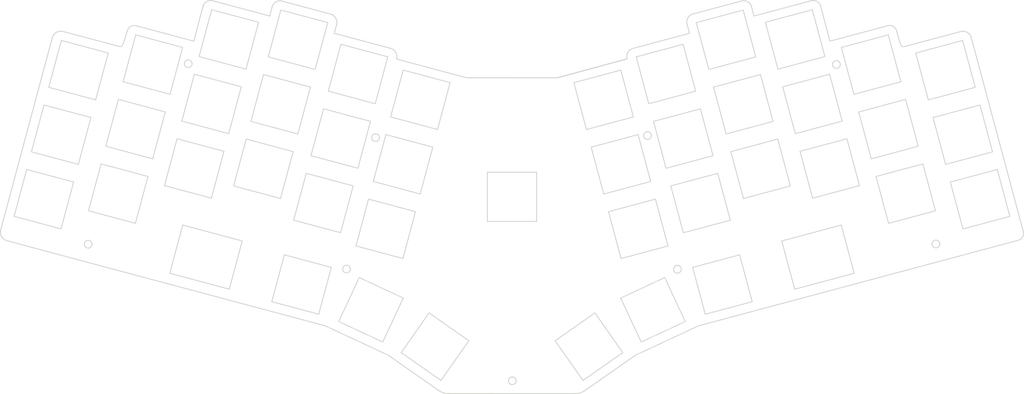
<source format=kicad_pcb>
(kicad_pcb (version 20171130) (host pcbnew "(5.1.10)-1")

  (general
    (thickness 1.6)
    (drawings 296)
    (tracks 0)
    (zones 0)
    (modules 0)
    (nets 1)
  )

  (page A4)
  (layers
    (0 F.Cu signal)
    (31 B.Cu signal)
    (32 B.Adhes user)
    (33 F.Adhes user)
    (34 B.Paste user)
    (35 F.Paste user)
    (36 B.SilkS user)
    (37 F.SilkS user)
    (38 B.Mask user)
    (39 F.Mask user)
    (40 Dwgs.User user)
    (41 Cmts.User user)
    (42 Eco1.User user)
    (43 Eco2.User user)
    (44 Edge.Cuts user)
    (45 Margin user)
    (46 B.CrtYd user)
    (47 F.CrtYd user)
    (48 B.Fab user)
    (49 F.Fab user)
  )

  (setup
    (last_trace_width 0.254)
    (trace_clearance 0.2)
    (zone_clearance 0.508)
    (zone_45_only no)
    (trace_min 0.2)
    (via_size 0.8)
    (via_drill 0.4)
    (via_min_size 0.4)
    (via_min_drill 0.3)
    (uvia_size 0.3)
    (uvia_drill 0.1)
    (uvias_allowed no)
    (uvia_min_size 0.2)
    (uvia_min_drill 0.1)
    (edge_width 0.05)
    (segment_width 0.2)
    (pcb_text_width 0.3)
    (pcb_text_size 1.5 1.5)
    (mod_edge_width 0.12)
    (mod_text_size 1 1)
    (mod_text_width 0.15)
    (pad_size 1.524 1.524)
    (pad_drill 0.762)
    (pad_to_mask_clearance 0)
    (aux_axis_origin 0 0)
    (visible_elements 7FFFFFFF)
    (pcbplotparams
      (layerselection 0x010fc_ffffffff)
      (usegerberextensions false)
      (usegerberattributes true)
      (usegerberadvancedattributes true)
      (creategerberjobfile true)
      (excludeedgelayer true)
      (linewidth 0.100000)
      (plotframeref false)
      (viasonmask false)
      (mode 1)
      (useauxorigin false)
      (hpglpennumber 1)
      (hpglpenspeed 20)
      (hpglpendiameter 15.000000)
      (psnegative false)
      (psa4output false)
      (plotreference true)
      (plotvalue true)
      (plotinvisibletext false)
      (padsonsilk false)
      (subtractmaskfromsilk false)
      (outputformat 1)
      (mirror false)
      (drillshape 0)
      (scaleselection 1)
      (outputdirectory "gerbers/"))
  )

  (net 0 "")

  (net_class Default "This is the default net class."
    (clearance 0.2)
    (trace_width 0.254)
    (via_dia 0.8)
    (via_drill 0.4)
    (uvia_dia 0.3)
    (uvia_drill 0.1)
  )

  (net_class Power ""
    (clearance 0.2)
    (trace_width 0.381)
    (via_dia 0.8)
    (via_drill 0.4)
    (uvia_dia 0.3)
    (uvia_drill 0.1)
  )

  (gr_line (start 57.373517 64.439727) (end 59.985435 54.537334) (layer Edge.Cuts) (width 0.25))
  (gr_line (start 41.054365 60.067681) (end 57.373517 64.439727) (layer Edge.Cuts) (width 0.25))
  (gr_curve (pts (xy 96.186861 56.722294) (xy 96.826676 56.893707) (xy 97.371382 57.313851) (xy 97.699666 57.889156)) (layer Edge.Cuts) (width 0.25))
  (gr_curve (pts (xy 80.690822 53.271299) (xy 81.216886 52.963942) (xy 81.844015 52.879719) (xy 82.432532 53.037387)) (layer Edge.Cuts) (width 0.25))
  (gr_line (start 97.264217 62.189286) (end 113.250134 66.472056) (layer Edge.Cuts) (width 0.25))
  (gr_curve (pts (xy 113.250134 66.472056) (xy 113.886482 66.642539) (xy 114.427443 67.06195) (xy 114.751091 67.635759)) (layer Edge.Cuts) (width 0.25))
  (gr_line (start 97.934627 59.785188) (end 97.264217 62.189286) (layer Edge.Cuts) (width 0.25))
  (gr_line (start 62.741881 52.938706) (end 78.960977 57.284546) (layer Edge.Cuts) (width 0.25))
  (gr_curve (pts (xy 114.751091 67.635759) (xy 115.074738 68.209567) (xy 115.153836 68.889485) (xy 114.970557 69.522266)) (layer Edge.Cuts) (width 0.25))
  (gr_curve (pts (xy 97.699666 57.889156) (xy 98.02795 58.464461) (xy 98.112551 59.147152) (xy 97.934627 59.785188)) (layer Edge.Cuts) (width 0.25))
  (gr_line (start 82.432532 53.037387) (end 96.186861 56.722294) (layer Edge.Cuts) (width 0.25))
  (gr_curve (pts (xy 79.631824 54.673722) (xy 79.78345 54.08362) (xy 80.164758 53.578656) (xy 80.690822 53.271299)) (layer Edge.Cuts) (width 0.25))
  (gr_curve (pts (xy 61.031657 53.165565) (xy 61.5489 52.865584) (xy 62.164317 52.78395) (xy 62.741881 52.938706)) (layer Edge.Cuts) (width 0.25))
  (gr_curve (pts (xy 59.985435 54.537334) (xy 60.137935 53.95917) (xy 60.514413 53.465545) (xy 61.031657 53.165565)) (layer Edge.Cuts) (width 0.25))
  (gr_line (start 78.960977 57.284546) (end 79.631824 54.673722) (layer Edge.Cuts) (width 0.25))
  (gr_line (start 114.970557 69.522266) (end 134.83844 74.843567) (layer Edge.Cuts) (width 0.25))
  (gr_curve (pts (xy 293.064613 118.623369) (xy 293.349702 119.686495) (xy 292.718944 120.779306) (xy 291.655776 121.064225)) (layer Edge.Cuts) (width 0.25))
  (gr_curve (pts (xy 267.196845 121.718137) (xy 267.0267 122.128907) (xy 267.120749 122.601723) (xy 267.435137 122.916112)) (layer Edge.Cuts) (width 0.25))
  (gr_line (start 259.217157 65.978967) (end 275.292131 61.69748) (layer Edge.Cuts) (width 0.25))
  (gr_line (start 134.83844 74.843567) (end 160.63722 74.848647) (layer Edge.Cuts) (width 0.25))
  (gr_curve (pts (xy 268.989742 121.361508) (xy 268.783589 121.155355) (xy 268.503984 121.039539) (xy 268.21244 121.039539)) (layer Edge.Cuts) (width 0.25))
  (gr_line (start 239.942499 69.969563) (end 239.942499 69.969563) (layer Edge.Cuts) (width 0.25))
  (gr_curve (pts (xy 148.961936 161.03891) (xy 148.961936 160.747365) (xy 148.846121 160.467762) (xy 148.639967 160.261608)) (layer Edge.Cuts) (width 0.25))
  (gr_line (start 186.272556 90.169649) (end 186.272556 90.169649) (layer Edge.Cuts) (width 0.25))
  (gr_line (start 20.235234 61.694684) (end 36.222934 65.940867) (layer Edge.Cuts) (width 0.25))
  (gr_curve (pts (xy 38.411122 61.592199) (xy 38.722973 60.442685) (xy 39.903872 59.759454) (xy 41.054365 60.067681)) (layer Edge.Cuts) (width 0.25))
  (gr_curve (pts (xy 275.292131 61.69748) (xy 276.585136 61.353094) (xy 277.912808 62.120777) (xy 278.259385 63.413196)) (layer Edge.Cuts) (width 0.25))
  (gr_curve (pts (xy 197.521614 59.7242) (xy 197.343608 59.0921) (xy 197.426192 58.415038) (xy 197.750918 57.844258)) (layer Edge.Cuts) (width 0.25))
  (gr_curve (pts (xy 36.222934 65.940867) (xy 37.061752 66.165627) (xy 37.288188 65.731445) (xy 38.411122 61.592199)) (layer Edge.Cuts) (width 0.25))
  (gr_line (start 2.526735 118.084611) (end 17.164198 63.472116) (layer Edge.Cuts) (width 0.25))
  (gr_curve (pts (xy 257.038751 61.466269) (xy 258.317386 66.160071) (xy 258.405678 66.134799) (xy 259.217157 65.978967)) (layer Edge.Cuts) (width 0.25))
  (gr_curve (pts (xy 212.964948 53.011652) (xy 213.568862 52.849836) (xy 214.212378 52.935635) (xy 214.7528 53.250023)) (layer Edge.Cuts) (width 0.25))
  (gr_line (start 112.608357 153.763807) (end 94.688657 145.407207) (layer Edge.Cuts) (width 0.25))
  (gr_curve (pts (xy 240.719801 70.291532) (xy 240.513648 70.085378) (xy 240.234044 69.969563) (xy 239.942499 69.969563)) (layer Edge.Cuts) (width 0.25))
  (gr_curve (pts (xy 94.688657 145.407207) (xy 28.228351 127.633798) (xy 25.857612 127.00037) (xy 4.33534 121.219648)) (layer Edge.Cuts) (width 0.25))
  (gr_curve (pts (xy 267.435137 122.916112) (xy 267.749526 123.230501) (xy 268.222343 123.32455) (xy 268.633113 123.154404)) (layer Edge.Cuts) (width 0.25))
  (gr_line (start 235.482411 54.48136) (end 238.109762 64.442267) (layer Edge.Cuts) (width 0.25))
  (gr_curve (pts (xy 238.926905 70.648161) (xy 238.756759 71.05893) (xy 238.850808 71.531746) (xy 239.165197 71.846135)) (layer Edge.Cuts) (width 0.25))
  (gr_curve (pts (xy 240.363172 72.084427) (xy 240.773941 71.914281) (xy 241.04177 71.513447) (xy 241.04177 71.068834)) (layer Edge.Cuts) (width 0.25))
  (gr_line (start 180.48224 69.479087) (end 180.48224 69.479085) (layer Edge.Cuts) (width 0.25))
  (gr_curve (pts (xy 168.489995 163.838706) (xy 167.695389 164.395086) (xy 166.748831 164.693495) (xy 165.778802 164.693429)) (layer Edge.Cuts) (width 0.25))
  (gr_curve (pts (xy 147.085364 161.816212) (xy 147.399753 162.130601) (xy 147.872569 162.22465) (xy 148.283338 162.054504)) (layer Edge.Cuts) (width 0.25))
  (gr_curve (pts (xy 195.213402 130.344379) (xy 195.624171 130.174233) (xy 195.892 129.773399) (xy 195.892 129.328786)) (layer Edge.Cuts) (width 0.25))
  (gr_line (start 147.862665 159.939639) (end 147.862665 159.939639) (layer Edge.Cuts) (width 0.25))
  (gr_curve (pts (xy 17.164198 63.472116) (xy 17.522769 62.134284) (xy 18.896592 61.339153) (xy 20.235234 61.694684)) (layer Edge.Cuts) (width 0.25))
  (gr_line (start 126.99081 163.835971) (end 112.608357 153.763807) (layer Edge.Cuts) (width 0.25))
  (gr_curve (pts (xy 4.33534 121.219648) (xy 2.970652 120.853103) (xy 2.160913 119.449496) (xy 2.526735 118.084611)) (layer Edge.Cuts) (width 0.25))
  (gr_line (start 216.522302 57.287086) (end 232.799851 52.925584) (layer Edge.Cuts) (width 0.25))
  (gr_line (start 215.843736 54.68637) (end 216.522302 57.287086) (layer Edge.Cuts) (width 0.25))
  (gr_line (start 165.778802 164.693429) (end 129.701937 164.690988) (layer Edge.Cuts) (width 0.25))
  (gr_curve (pts (xy 129.701937 164.690988) (xy 128.731904 164.690923) (xy 127.785377 164.392413) (xy 126.99081 163.835971)) (layer Edge.Cuts) (width 0.25))
  (gr_curve (pts (xy 239.165197 71.846135) (xy 239.479586 72.160525) (xy 239.952402 72.254574) (xy 240.363172 72.084427)) (layer Edge.Cuts) (width 0.25))
  (gr_curve (pts (xy 232.799851 52.925584) (xy 233.361934 52.774976) (xy 233.960854 52.854422) (xy 234.464233 53.146361)) (layer Edge.Cuts) (width 0.25))
  (gr_curve (pts (xy 269.31171 122.13881) (xy 269.31171 121.847265) (xy 269.195895 121.567662) (xy 268.989742 121.361508)) (layer Edge.Cuts) (width 0.25))
  (gr_curve (pts (xy 234.464233 53.146361) (xy 234.967612 53.438301) (xy 235.333999 53.918694) (xy 235.482411 54.48136)) (layer Edge.Cuts) (width 0.25))
  (gr_line (start 160.63722 74.848647) (end 180.48224 69.479087) (layer Edge.Cuts) (width 0.25))
  (gr_line (start 200.792082 145.409851) (end 182.87492 153.766451) (layer Edge.Cuts) (width 0.25))
  (gr_curve (pts (xy 268.633113 123.154404) (xy 269.043881 122.984258) (xy 269.31171 122.583424) (xy 269.31171 122.13881)) (layer Edge.Cuts) (width 0.25))
  (gr_line (start 238.109762 64.442267) (end 254.553956 60.036111) (layer Edge.Cuts) (width 0.25))
  (gr_line (start 199.249764 56.686578) (end 212.964948 53.011652) (layer Edge.Cuts) (width 0.25))
  (gr_curve (pts (xy 214.7528 53.250023) (xy 215.293223 53.56441) (xy 215.685892 54.081406) (xy 215.843736 54.68637)) (layer Edge.Cuts) (width 0.25))
  (gr_line (start 268.21244 121.039539) (end 268.21244 121.039539) (layer Edge.Cuts) (width 0.25))
  (gr_curve (pts (xy 241.04177 71.068834) (xy 241.04177 70.777289) (xy 240.925954 70.497685) (xy 240.719801 70.291532)) (layer Edge.Cuts) (width 0.25))
  (gr_line (start 182.182564 66.488059) (end 198.21652 62.191826) (layer Edge.Cuts) (width 0.25))
  (gr_curve (pts (xy 197.750918 57.844258) (xy 198.075643 57.273479) (xy 198.615453 56.856539) (xy 199.249764 56.686578)) (layer Edge.Cuts) (width 0.25))
  (gr_curve (pts (xy 268.21244 121.039539) (xy 267.767826 121.039539) (xy 267.366992 121.307368) (xy 267.196845 121.718137)) (layer Edge.Cuts) (width 0.25))
  (gr_curve (pts (xy 148.639967 160.261608) (xy 148.433814 160.055455) (xy 148.15421 159.939639) (xy 147.862665 159.939639)) (layer Edge.Cuts) (width 0.25))
  (gr_line (start 198.21652 62.191826) (end 197.521614 59.7242) (layer Edge.Cuts) (width 0.25))
  (gr_line (start 278.259385 63.413196) (end 293.064613 118.623369) (layer Edge.Cuts) (width 0.25))
  (gr_curve (pts (xy 254.553956 60.036111) (xy 255.633984 59.746722) (xy 256.744873 60.387456) (xy 257.038751 61.466269)) (layer Edge.Cuts) (width 0.25))
  (gr_curve (pts (xy 180.707076 67.62809) (xy 181.026606 67.066008) (xy 181.558037 66.655399) (xy 182.182564 66.488059)) (layer Edge.Cuts) (width 0.25))
  (gr_curve (pts (xy 180.48224 69.479085) (xy 180.306566 68.856851) (xy 180.387546 68.190172) (xy 180.707076 67.62809)) (layer Edge.Cuts) (width 0.25))
  (gr_line (start 194.792729 128.229515) (end 194.792729 128.229515) (layer Edge.Cuts) (width 0.25))
  (gr_curve (pts (xy 148.283338 162.054504) (xy 148.694108 161.884358) (xy 148.961936 161.483524) (xy 148.961936 161.03891)) (layer Edge.Cuts) (width 0.25))
  (gr_curve (pts (xy 146.847072 160.618237) (xy 146.676925 161.029007) (xy 146.770974 161.501823) (xy 147.085364 161.816212)) (layer Edge.Cuts) (width 0.25))
  (gr_curve (pts (xy 147.862665 159.939639) (xy 147.418052 159.939639) (xy 147.017218 160.207468) (xy 146.847072 160.618237)) (layer Edge.Cuts) (width 0.25))
  (gr_curve (pts (xy 195.892 129.328786) (xy 195.892 128.721675) (xy 195.39984 128.229515) (xy 194.792729 128.229515)) (layer Edge.Cuts) (width 0.25))
  (gr_curve (pts (xy 239.942499 69.969563) (xy 239.497886 69.969563) (xy 239.097051 70.237391) (xy 238.926905 70.648161)) (layer Edge.Cuts) (width 0.25))
  (gr_line (start 182.87492 153.766451) (end 168.489995 163.838706) (layer Edge.Cuts) (width 0.25))
  (gr_curve (pts (xy 291.655776 121.064225) (xy 251.689941 131.774684) (xy 250.910585 131.982834) (xy 200.792082 145.409851)) (layer Edge.Cuts) (width 0.25))
  (gr_line (start 54.19458 66.22198) (end 50.6208 79.5519) (layer Edge.Cuts) (width 0.25))
  (gr_line (start 113.29022 85.9908) (end 126.62014 89.56204) (layer Edge.Cuts) (width 0.25))
  (gr_line (start 203.69644 72.48562) (end 200.1252 59.1557) (layer Edge.Cuts) (width 0.25))
  (gr_line (start 178.69014 72.66342) (end 165.36022 76.23466) (layer Edge.Cuts) (width 0.25))
  (gr_line (start 213.45512 55.58446) (end 217.02636 68.91438) (layer Edge.Cuts) (width 0.25))
  (gr_line (start 113.29022 85.9908) (end 116.86146 72.66088) (layer Edge.Cuts) (width 0.25))
  (gr_line (start 233.10202 55.49556) (end 219.7721 59.0668) (layer Edge.Cuts) (width 0.25))
  (gr_line (start 233.10202 55.49556) (end 236.67326 68.82548) (layer Edge.Cuts) (width 0.25))
  (gr_line (start 58.88088 68.82294) (end 62.45212 55.49302) (layer Edge.Cuts) (width 0.25))
  (gr_line (start 95.42894 59.15316) (end 91.85516 72.48308) (layer Edge.Cuts) (width 0.25))
  (gr_curve (pts (xy 101.173194 130.294344) (xy 101.583963 130.124198) (xy 101.851792 129.723364) (xy 101.851792 129.27875)) (layer Edge.Cuts) (width 0.25))
  (gr_line (start 54.19458 66.22198) (end 40.86466 62.65074) (layer Edge.Cuts) (width 0.25))
  (gr_line (start 58.88088 68.82294) (end 72.2108 72.39672) (layer Edge.Cuts) (width 0.25))
  (gr_curve (pts (xy 55.792494 69.749547) (xy 55.34788 69.749547) (xy 54.947046 70.017375) (xy 54.7769 70.428145)) (layer Edge.Cuts) (width 0.25))
  (gr_line (start 78.52778 68.91184) (end 91.85516 72.48308) (layer Edge.Cuts) (width 0.25))
  (gr_curve (pts (xy 194.015427 130.106087) (xy 194.329816 130.420477) (xy 194.802632 130.514526) (xy 195.213402 130.344379)) (layer Edge.Cuts) (width 0.25))
  (gr_curve (pts (xy 185.495254 92.046222) (xy 185.809643 92.360611) (xy 186.282459 92.45466) (xy 186.693228 92.284514)) (layer Edge.Cuts) (width 0.25))
  (gr_curve (pts (xy 109.789903 91.101472) (xy 109.58375 90.895319) (xy 109.304146 90.779503) (xy 109.012601 90.779503)) (layer Edge.Cuts) (width 0.25))
  (gr_line (start 27.372688 121.099483) (end 27.372688 121.099483) (layer Edge.Cuts) (width 0.25))
  (gr_curve (pts (xy 28.14999 121.421452) (xy 27.943837 121.215299) (xy 27.664233 121.099483) (xy 27.372688 121.099483)) (layer Edge.Cuts) (width 0.25))
  (gr_curve (pts (xy 101.529823 128.501448) (xy 101.32367 128.295295) (xy 101.044066 128.179479) (xy 100.752521 128.179479)) (layer Edge.Cuts) (width 0.25))
  (gr_curve (pts (xy 27.372688 123.298025) (xy 27.979799 123.298025) (xy 28.471959 122.805865) (xy 28.471959 122.198754)) (layer Edge.Cuts) (width 0.25))
  (gr_curve (pts (xy 109.012601 90.779503) (xy 108.567987 90.779503) (xy 108.167153 91.047332) (xy 107.997007 91.458101)) (layer Edge.Cuts) (width 0.25))
  (gr_line (start 37.29088 75.98066) (end 50.6208 79.5519) (layer Edge.Cuts) (width 0.25))
  (gr_curve (pts (xy 101.851792 129.27875) (xy 101.851792 128.987205) (xy 101.735976 128.707602) (xy 101.529823 128.501448)) (layer Edge.Cuts) (width 0.25))
  (gr_curve (pts (xy 55.015192 71.62612) (xy 55.329581 71.940509) (xy 55.802397 72.034558) (xy 56.213167 71.864412)) (layer Edge.Cuts) (width 0.25))
  (gr_curve (pts (xy 26.273417 122.198754) (xy 26.273417 122.805865) (xy 26.765577 123.298025) (xy 27.372688 123.298025)) (layer Edge.Cuts) (width 0.25))
  (gr_line (start 223.34334 72.39672) (end 219.7721 59.0668) (layer Edge.Cuts) (width 0.25))
  (gr_line (start 178.69014 72.66342) (end 182.26138 85.99334) (layer Edge.Cuts) (width 0.25))
  (gr_curve (pts (xy 109.433274 92.894368) (xy 109.844043 92.724222) (xy 110.111872 92.323388) (xy 110.111872 91.878774)) (layer Edge.Cuts) (width 0.25))
  (gr_curve (pts (xy 187.371826 91.26892) (xy 187.371826 90.66181) (xy 186.879666 90.169649) (xy 186.272556 90.169649)) (layer Edge.Cuts) (width 0.25))
  (gr_curve (pts (xy 99.736927 128.858077) (xy 99.566781 129.268847) (xy 99.66083 129.741663) (xy 99.975219 130.056052)) (layer Edge.Cuts) (width 0.25))
  (gr_line (start 223.34334 72.39672) (end 236.67326 68.82548) (layer Edge.Cuts) (width 0.25))
  (gr_line (start 203.69644 72.48562) (end 217.02636 68.91438) (layer Edge.Cuts) (width 0.25))
  (gr_curve (pts (xy 54.7769 70.428145) (xy 54.606754 70.838915) (xy 54.700803 71.311731) (xy 55.015192 71.62612)) (layer Edge.Cuts) (width 0.25))
  (gr_line (start 168.93146 89.56458) (end 165.36022 76.23466) (layer Edge.Cuts) (width 0.25))
  (gr_line (start 160.64344 74.8529) (end 180.48846 69.48334) (layer Edge.Cuts) (width 0.25))
  (gr_line (start 213.45512 55.58446) (end 200.1252 59.1557) (layer Edge.Cuts) (width 0.25))
  (gr_curve (pts (xy 56.891765 70.848818) (xy 56.891765 70.557273) (xy 56.775949 70.27767) (xy 56.569796 70.071515)) (layer Edge.Cuts) (width 0.25))
  (gr_curve (pts (xy 193.777135 128.908113) (xy 193.606989 129.318882) (xy 193.701038 129.791698) (xy 194.015427 130.106087)) (layer Edge.Cuts) (width 0.25))
  (gr_curve (pts (xy 186.693228 92.284514) (xy 187.103998 92.114368) (xy 187.371826 91.713534) (xy 187.371826 91.26892)) (layer Edge.Cuts) (width 0.25))
  (gr_line (start 95.42894 59.15316) (end 82.09902 55.58192) (layer Edge.Cuts) (width 0.25))
  (gr_curve (pts (xy 194.792729 128.229515) (xy 194.348116 128.229515) (xy 193.947281 128.497343) (xy 193.777135 128.908113)) (layer Edge.Cuts) (width 0.25))
  (gr_line (start 100.752521 128.179479) (end 100.752521 128.179479) (layer Edge.Cuts) (width 0.25))
  (gr_curve (pts (xy 185.256962 90.848247) (xy 185.086816 91.259017) (xy 185.180864 91.731833) (xy 185.495254 92.046222)) (layer Edge.Cuts) (width 0.25))
  (gr_curve (pts (xy 99.975219 130.056052) (xy 100.289608 130.370441) (xy 100.762424 130.46449) (xy 101.173194 130.294344)) (layer Edge.Cuts) (width 0.25))
  (gr_curve (pts (xy 100.752521 128.179479) (xy 100.307907 128.179479) (xy 99.907073 128.447308) (xy 99.736927 128.858077)) (layer Edge.Cuts) (width 0.25))
  (gr_line (start 75.78204 59.0668) (end 62.45212 55.49302) (layer Edge.Cuts) (width 0.25))
  (gr_curve (pts (xy 56.569796 70.071515) (xy 56.363643 69.865363) (xy 56.084039 69.749547) (xy 55.792494 69.749547)) (layer Edge.Cuts) (width 0.25))
  (gr_line (start 168.93146 89.56458) (end 182.26138 85.99334) (layer Edge.Cuts) (width 0.25))
  (gr_curve (pts (xy 108.235299 92.656076) (xy 108.549688 92.970465) (xy 109.022504 93.064514) (xy 109.433274 92.894368)) (layer Edge.Cuts) (width 0.25))
  (gr_line (start 75.78204 59.0668) (end 72.2108 72.39672) (layer Edge.Cuts) (width 0.25))
  (gr_line (start 78.52778 68.91184) (end 82.09902 55.58192) (layer Edge.Cuts) (width 0.25))
  (gr_curve (pts (xy 28.471959 122.198754) (xy 28.471959 121.907209) (xy 28.356143 121.627606) (xy 28.14999 121.421452)) (layer Edge.Cuts) (width 0.25))
  (gr_line (start 130.191379 76.23212) (end 126.62014 89.56204) (layer Edge.Cuts) (width 0.25))
  (gr_curve (pts (xy 107.997007 91.458101) (xy 107.826861 91.868871) (xy 107.92091 92.341687) (xy 108.235299 92.656076)) (layer Edge.Cuts) (width 0.25))
  (gr_curve (pts (xy 110.111872 91.878774) (xy 110.111872 91.587229) (xy 109.996056 91.307626) (xy 109.789903 91.101472)) (layer Edge.Cuts) (width 0.25))
  (gr_line (start 109.012601 90.779503) (end 109.012601 90.779503) (layer Edge.Cuts) (width 0.25))
  (gr_line (start 37.29088 75.98066) (end 40.86466 62.65074) (layer Edge.Cuts) (width 0.25))
  (gr_line (start 130.191379 76.23212) (end 116.86146 72.66088) (layer Edge.Cuts) (width 0.25))
  (gr_curve (pts (xy 186.272556 90.169649) (xy 185.827942 90.169649) (xy 185.427108 90.437478) (xy 185.256962 90.848247)) (layer Edge.Cuts) (width 0.25))
  (gr_curve (pts (xy 56.213167 71.864412) (xy 56.623936 71.694266) (xy 56.891765 71.293432) (xy 56.891765 70.848818)) (layer Edge.Cuts) (width 0.25))
  (gr_line (start 55.792494 69.749547) (end 55.792494 69.749547) (layer Edge.Cuts) (width 0.25))
  (gr_curve (pts (xy 27.372688 121.099483) (xy 26.765577 121.099483) (xy 26.273417 121.591644) (xy 26.273417 122.198754)) (layer Edge.Cuts) (width 0.25))
  (gr_line (start 249.84824 97.90594) (end 263.178159 94.3347) (layer Edge.Cuts) (width 0.25))
  (gr_line (start 238.01946 73.8496) (end 241.5907 87.17952) (layer Edge.Cuts) (width 0.25))
  (gr_line (start 65.94716 95.7698) (end 62.37338 109.09972) (layer Edge.Cuts) (width 0.25))
  (gr_line (start 173.8489 107.91862) (end 187.17882 104.34738) (layer Edge.Cuts) (width 0.25))
  (gr_line (start 201.31392 83.68448) (end 204.88516 97.0144) (layer Edge.Cuts) (width 0.25))
  (gr_line (start 188.52502 109.36896) (end 192.09626 122.69888) (layer Edge.Cuts) (width 0.25))
  (gr_line (start 244.9308 79.55444) (end 258.260719 75.9832) (layer Edge.Cuts) (width 0.25))
  (gr_line (start 32.37344 94.33216) (end 35.94722 81.00224) (layer Edge.Cuts) (width 0.25))
  (gr_line (start 44.3597 102.92752) (end 40.78592 116.25744) (layer Edge.Cuts) (width 0.25))
  (gr_line (start 49.27714 84.57602) (end 45.70336 97.9034) (layer Edge.Cuts) (width 0.25))
  (gr_line (start 108.37278 104.34484) (end 111.94402 91.01492) (layer Edge.Cuts) (width 0.25))
  (gr_line (start 125.27394 94.58616) (end 121.7027 107.91608) (layer Edge.Cuts) (width 0.25))
  (gr_line (start 73.6078 87.26334) (end 77.18158 73.93342) (layer Edge.Cuts) (width 0.25))
  (gr_line (start 191.55524 100.58564) (end 204.88516 97.0144) (layer Edge.Cuts) (width 0.25))
  (gr_line (start 191.55524 100.58564) (end 187.984 87.25572) (layer Edge.Cuts) (width 0.25))
  (gr_line (start 259.606919 81.00478) (end 246.277 84.57602) (layer Edge.Cuts) (width 0.25))
  (gr_line (start 178.76888 126.27012) (end 175.1951 112.9402) (layer Edge.Cuts) (width 0.25))
  (gr_line (start 188.52502 109.36896) (end 175.1951 112.9402) (layer Edge.Cuts) (width 0.25))
  (gr_line (start 228.26078 90.75076) (end 241.5907 87.17952) (layer Edge.Cuts) (width 0.25))
  (gr_line (start 249.84824 97.90594) (end 246.277 84.57602) (layer Edge.Cuts) (width 0.25))
  (gr_line (start 27.456 112.6862) (end 40.78592 116.25744) (layer Edge.Cuts) (width 0.25))
  (gr_line (start 196.47268 118.93714) (end 209.8026 115.3659) (layer Edge.Cuts) (width 0.25))
  (gr_line (start 85.59406 95.8587) (end 72.26414 92.28746) (layer Edge.Cuts) (width 0.25))
  (gr_line (start 244.9308 79.55444) (end 241.35956 66.22452) (layer Edge.Cuts) (width 0.25))
  (gr_line (start 254.68948 62.65328) (end 258.260719 75.9832) (layer Edge.Cuts) (width 0.25))
  (gr_line (start 32.37344 94.33216) (end 45.70336 97.9034) (layer Edge.Cuts) (width 0.25))
  (gr_line (start 70.8646 77.4183) (end 57.53468 73.84706) (layer Edge.Cuts) (width 0.25))
  (gr_line (start 73.6078 87.26334) (end 86.93772 90.83712) (layer Edge.Cuts) (width 0.25))
  (gr_line (start 108.37278 104.34484) (end 121.7027 107.91608) (layer Edge.Cuts) (width 0.25))
  (gr_line (start 218.37256 73.93596) (end 205.04264 77.50974) (layer Edge.Cuts) (width 0.25))
  (gr_line (start 259.606919 81.00478) (end 263.178159 94.3347) (layer Edge.Cuts) (width 0.25))
  (gr_line (start 120.3565 112.93766) (end 107.02658 109.36642) (layer Edge.Cuts) (width 0.25))
  (gr_line (start 206.23136 102.03598) (end 209.8026 115.3659) (layer Edge.Cuts) (width 0.25))
  (gr_line (start 68.690359 105.61738) (end 82.02028 109.18862) (layer Edge.Cuts) (width 0.25))
  (gr_line (start 206.23136 102.03598) (end 192.90144 105.60722) (layer Edge.Cuts) (width 0.25))
  (gr_line (start 85.59406 95.8587) (end 82.02028 109.18862) (layer Edge.Cuts) (width 0.25))
  (gr_line (start 68.690359 105.61738) (end 72.26414 92.28746) (layer Edge.Cuts) (width 0.25))
  (gr_line (start 90.5115 77.5072) (end 86.93772 90.83712) (layer Edge.Cuts) (width 0.25))
  (gr_line (start 183.60758 91.01746) (end 187.17882 104.34738) (layer Edge.Cuts) (width 0.25))
  (gr_line (start 103.45534 122.69634) (end 107.02658 109.36642) (layer Edge.Cuts) (width 0.25))
  (gr_line (start 173.8489 107.91862) (end 170.27766 94.5887) (layer Edge.Cuts) (width 0.25))
  (gr_line (start 228.26078 90.75076) (end 224.68954 77.42084) (layer Edge.Cuts) (width 0.25))
  (gr_line (start 254.68948 62.65328) (end 241.35956 66.22452) (layer Edge.Cuts) (width 0.25))
  (gr_line (start 53.96344 87.17698) (end 67.29336 90.74822) (layer Edge.Cuts) (width 0.25))
  (gr_line (start 90.5115 77.5072) (end 77.18158 73.93342) (layer Edge.Cuts) (width 0.25))
  (gr_line (start 120.3565 112.93766) (end 116.78526 126.26758) (layer Edge.Cuts) (width 0.25))
  (gr_line (start 218.37256 73.93596) (end 221.9438 87.26588) (layer Edge.Cuts) (width 0.25))
  (gr_line (start 70.8646 77.4183) (end 67.29336 90.74822) (layer Edge.Cuts) (width 0.25))
  (gr_line (start 49.046 105.52848) (end 62.37338 109.09972) (layer Edge.Cuts) (width 0.25))
  (gr_line (start 103.45534 122.69634) (end 116.78526 126.26758) (layer Edge.Cuts) (width 0.25))
  (gr_line (start 196.47268 118.93714) (end 192.90144 105.60722) (layer Edge.Cuts) (width 0.25))
  (gr_line (start 44.3597 102.92752) (end 31.02978 99.35628) (layer Edge.Cuts) (width 0.25))
  (gr_line (start 201.31392 83.68448) (end 187.984 87.25572) (layer Edge.Cuts) (width 0.25))
  (gr_line (start 49.27714 84.57602) (end 35.94722 81.00224) (layer Edge.Cuts) (width 0.25))
  (gr_line (start 53.96344 87.17698) (end 57.53468 73.84706) (layer Edge.Cuts) (width 0.25))
  (gr_line (start 65.94716 95.7698) (end 52.61724 92.19856) (layer Edge.Cuts) (width 0.25))
  (gr_line (start 49.046 105.52848) (end 52.61724 92.19856) (layer Edge.Cuts) (width 0.25))
  (gr_line (start 183.60758 91.01746) (end 170.27766 94.5887) (layer Edge.Cuts) (width 0.25))
  (gr_line (start 208.61388 90.83712) (end 221.9438 87.26588) (layer Edge.Cuts) (width 0.25))
  (gr_line (start 125.27394 94.58616) (end 111.94402 91.01492) (layer Edge.Cuts) (width 0.25))
  (gr_line (start 178.76888 126.27012) (end 192.09626 122.69888) (layer Edge.Cuts) (width 0.25))
  (gr_line (start 208.61388 90.83712) (end 205.04264 77.50974) (layer Edge.Cuts) (width 0.25))
  (gr_line (start 27.456 112.6862) (end 31.02978 99.35628) (layer Edge.Cuts) (width 0.25))
  (gr_line (start 238.01946 73.8496) (end 224.68954 77.42084) (layer Edge.Cuts) (width 0.25))
  (gr_line (start 140.77302 115.70626) (end 140.77302 101.70578) (layer Edge.Cuts) (width 0.25))
  (gr_line (start 154.7735 115.70626) (end 154.7735 101.70578) (layer Edge.Cuts) (width 0.25))
  (gr_line (start 140.77302 101.70578) (end 154.7735 101.70578) (layer Edge.Cuts) (width 0.25))
  (gr_line (start 154.7735 115.70626) (end 140.77302 115.70626) (layer Edge.Cuts) (width 0.25))
  (gr_line (start 280.73718 82.58974) (end 284.30842 95.91966) (layer Edge.Cuts) (width 0.25))
  (gr_line (start 270.9785 99.4909) (end 267.40726 86.160979) (layer Edge.Cuts) (width 0.25))
  (gr_line (start 275.89594 117.84494) (end 272.3247 104.51502) (layer Edge.Cuts) (width 0.25))
  (gr_line (start 244.99684 130.46366) (end 241.32146 116.74766) (layer Edge.Cuts) (width 0.25))
  (gr_line (start 6.32574 114.27116) (end 9.89952 100.94124) (layer Edge.Cuts) (width 0.25))
  (gr_line (start 244.99684 130.46366) (end 228.09314 134.99502) (layer Edge.Cuts) (width 0.25))
  (gr_line (start 280.73718 82.58974) (end 267.40726 86.160979) (layer Edge.Cuts) (width 0.25))
  (gr_line (start 285.65462 100.94378) (end 289.22586 114.2737) (layer Edge.Cuts) (width 0.25))
  (gr_line (start 285.65462 100.94378) (end 272.3247 104.51502) (layer Edge.Cuts) (width 0.25))
  (gr_line (start 67.45592 134.99502) (end 50.55222 130.4662) (layer Edge.Cuts) (width 0.25))
  (gr_line (start 270.9785 99.4909) (end 284.30842 95.91966) (layer Edge.Cuts) (width 0.25))
  (gr_line (start 224.41776 121.27902) (end 241.32146 116.74766) (layer Edge.Cuts) (width 0.25))
  (gr_line (start 23.22944 104.51248) (end 9.89952 100.94124) (layer Edge.Cuts) (width 0.25))
  (gr_line (start 224.41776 121.27902) (end 228.09314 134.99502) (layer Edge.Cuts) (width 0.25))
  (gr_line (start 23.22944 104.51248) (end 19.65566 117.8424) (layer Edge.Cuts) (width 0.25))
  (gr_line (start 6.32574 114.27116) (end 19.65566 117.8424) (layer Edge.Cuts) (width 0.25))
  (gr_line (start 54.2276 116.74766) (end 50.55222 130.4662) (layer Edge.Cuts) (width 0.25))
  (gr_line (start 275.89594 117.84494) (end 289.22586 114.2737) (layer Edge.Cuts) (width 0.25))
  (gr_line (start 67.45592 134.99502) (end 71.1313 121.27902) (layer Edge.Cuts) (width 0.25))
  (gr_line (start 54.2276 116.74766) (end 71.1313 121.27902) (layer Edge.Cuts) (width 0.25))
  (gr_line (start 213.53132 109.19116) (end 226.86124 105.61992) (layer Edge.Cuts) (width 0.25))
  (gr_line (start 213.53132 109.19116) (end 209.96008 95.86124) (layer Edge.Cuts) (width 0.25))
  (gr_line (start 107.57014 87.25318) (end 103.99636 100.5831) (layer Edge.Cuts) (width 0.25))
  (gr_line (start 242.9369 92.2011) (end 229.60698 95.77234) (layer Edge.Cuts) (width 0.25))
  (gr_line (start 233.17822 109.10226) (end 246.50814 105.53102) (layer Edge.Cuts) (width 0.25))
  (gr_line (start 33.06432 67.80694) (end 19.7344 64.2357) (layer Edge.Cuts) (width 0.25))
  (gr_line (start 233.17822 109.10226) (end 229.60698 95.77234) (layer Edge.Cuts) (width 0.25))
  (gr_line (start 266.061059 81.1394) (end 279.39098 77.56816) (layer Edge.Cuts) (width 0.25))
  (gr_line (start 116.89194 137.51216) (end 111.0601 150.01912) (layer Edge.Cuts) (width 0.25))
  (gr_line (start 135.517759 149.6559) (end 127.60312 160.9589) (layer Edge.Cuts) (width 0.25))
  (gr_line (start 212.4442 125.21856) (end 199.11428 128.7898) (layer Edge.Cuts) (width 0.25))
  (gr_line (start 196.39648 65.33044) (end 183.06656 68.90422) (layer Edge.Cuts) (width 0.25))
  (gr_line (start 242.9369 92.2011) (end 246.50814 105.53102) (layer Edge.Cuts) (width 0.25))
  (gr_line (start 264.524359 99.35882) (end 251.19444 102.93006) (layer Edge.Cuts) (width 0.25))
  (gr_line (start 186.6378 82.2316) (end 183.06656 68.90422) (layer Edge.Cuts) (width 0.25))
  (gr_line (start 16.16062 77.56562) (end 29.49054 81.13686) (layer Edge.Cuts) (width 0.25))
  (gr_line (start 11.24318 95.91712) (end 24.5731 99.4909) (layer Edge.Cuts) (width 0.25))
  (gr_line (start 33.06432 67.80694) (end 29.49054 81.13686) (layer Edge.Cuts) (width 0.25))
  (gr_line (start 264.524359 99.35882) (end 268.0956 112.68874) (layer Edge.Cuts) (width 0.25))
  (gr_line (start 96.43986 128.78726) (end 92.86862 142.11718) (layer Edge.Cuts) (width 0.25))
  (gr_line (start 135.517759 149.6559) (end 124.21476 141.73872) (layer Edge.Cuts) (width 0.25))
  (gr_line (start 202.68552 142.11972) (end 199.11428 128.7898) (layer Edge.Cuts) (width 0.25))
  (gr_line (start 112.48758 68.90168) (end 99.15766 65.3279) (layer Edge.Cuts) (width 0.25))
  (gr_line (start 116.30012 153.04426) (end 124.21476 141.73872) (layer Edge.Cuts) (width 0.25))
  (gr_line (start 167.94848 160.96144) (end 179.25402 153.0468) (layer Edge.Cuts) (width 0.25))
  (gr_line (start 186.6378 82.2316) (end 199.96772 78.66036) (layer Edge.Cuts) (width 0.25))
  (gr_line (start 116.89194 137.51216) (end 104.38498 131.68032) (layer Edge.Cuts) (width 0.25))
  (gr_line (start 184.49404 150.02166) (end 197.001 144.18982) (layer Edge.Cuts) (width 0.25))
  (gr_line (start 167.94848 160.96144) (end 160.03384 149.65844) (layer Edge.Cuts) (width 0.25))
  (gr_line (start 184.49404 150.02166) (end 178.65966 137.5147) (layer Edge.Cuts) (width 0.25))
  (gr_line (start 102.6527 105.60722) (end 89.32278 102.03344) (layer Edge.Cuts) (width 0.25))
  (gr_line (start 28.14688 86.160979) (end 24.5731 99.4909) (layer Edge.Cuts) (width 0.25))
  (gr_line (start 196.39648 65.33044) (end 199.96772 78.66036) (layer Edge.Cuts) (width 0.25))
  (gr_line (start 28.14688 86.160979) (end 14.81696 82.5872) (layer Edge.Cuts) (width 0.25))
  (gr_line (start 95.58388 78.65782) (end 108.9138 82.2316) (layer Edge.Cuts) (width 0.25))
  (gr_line (start 112.48758 68.90168) (end 108.9138 82.2316) (layer Edge.Cuts) (width 0.25))
  (gr_line (start 95.58388 78.65782) (end 99.15766 65.3279) (layer Edge.Cuts) (width 0.25))
  (gr_line (start 11.24318 95.91712) (end 14.81696 82.5872) (layer Edge.Cuts) (width 0.25))
  (gr_line (start 79.5387 138.54594) (end 92.86862 142.11718) (layer Edge.Cuts) (width 0.25))
  (gr_line (start 85.749 115.36336) (end 89.32278 102.03344) (layer Edge.Cuts) (width 0.25))
  (gr_line (start 96.43986 128.78726) (end 83.10994 125.21602) (layer Edge.Cuts) (width 0.25))
  (gr_line (start 116.30012 153.04426) (end 127.60312 160.9589) (layer Edge.Cuts) (width 0.25))
  (gr_line (start 212.4442 125.21856) (end 216.01544 138.54848) (layer Edge.Cuts) (width 0.25))
  (gr_line (start 191.16662 131.68286) (end 178.65966 137.5147) (layer Edge.Cuts) (width 0.25))
  (gr_line (start 102.6527 105.60722) (end 99.07892 118.9346) (layer Edge.Cuts) (width 0.25))
  (gr_line (start 275.81974 64.23824) (end 279.39098 77.56816) (layer Edge.Cuts) (width 0.25))
  (gr_line (start 275.81974 64.23824) (end 262.48982 67.80948) (layer Edge.Cuts) (width 0.25))
  (gr_line (start 202.68552 142.11972) (end 216.01544 138.54848) (layer Edge.Cuts) (width 0.25))
  (gr_line (start 171.33938 141.74126) (end 160.03384 149.65844) (layer Edge.Cuts) (width 0.25))
  (gr_line (start 90.66644 97.01186) (end 103.99636 100.5831) (layer Edge.Cuts) (width 0.25))
  (gr_line (start 85.749 115.36336) (end 99.07892 118.9346) (layer Edge.Cuts) (width 0.25))
  (gr_line (start 223.29 92.29) (end 226.86124 105.61992) (layer Edge.Cuts) (width 0.25))
  (gr_line (start 254.76568 116.25998) (end 268.0956 112.68874) (layer Edge.Cuts) (width 0.25))
  (gr_line (start 79.5387 138.54594) (end 83.10994 125.21602) (layer Edge.Cuts) (width 0.25))
  (gr_line (start 98.55314 144.18728) (end 111.0601 150.01912) (layer Edge.Cuts) (width 0.25))
  (gr_line (start 107.57014 87.25318) (end 94.24022 83.68194) (layer Edge.Cuts) (width 0.25))
  (gr_line (start 90.66644 97.01186) (end 94.24022 83.68194) (layer Edge.Cuts) (width 0.25))
  (gr_line (start 191.16662 131.68286) (end 197.001 144.18982) (layer Edge.Cuts) (width 0.25))
  (gr_line (start 254.76568 116.25998) (end 251.19444 102.93006) (layer Edge.Cuts) (width 0.25))
  (gr_line (start 266.061059 81.1394) (end 262.48982 67.80948) (layer Edge.Cuts) (width 0.25))
  (gr_line (start 16.16062 77.56562) (end 19.7344 64.2357) (layer Edge.Cuts) (width 0.25))
  (gr_line (start 171.33938 141.74126) (end 179.25402 153.0468) (layer Edge.Cuts) (width 0.25))
  (gr_line (start 98.55314 144.18728) (end 104.38498 131.68032) (layer Edge.Cuts) (width 0.25))
  (gr_line (start 223.29 92.29) (end 209.96008 95.86124) (layer Edge.Cuts) (width 0.25))

)

</source>
